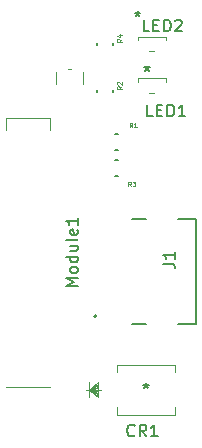
<source format=gbr>
%TF.GenerationSoftware,KiCad,Pcbnew,(6.0.2)*%
%TF.CreationDate,2022-02-22T18:51:34-06:00*%
%TF.ProjectId,rpi-cm4-carrier-template,7270692d-636d-4342-9d63-617272696572,v01*%
%TF.SameCoordinates,Original*%
%TF.FileFunction,Legend,Top*%
%TF.FilePolarity,Positive*%
%FSLAX46Y46*%
G04 Gerber Fmt 4.6, Leading zero omitted, Abs format (unit mm)*
G04 Created by KiCad (PCBNEW (6.0.2)) date 2022-02-22 18:51:34*
%MOMM*%
%LPD*%
G01*
G04 APERTURE LIST*
%ADD10C,0.150000*%
%ADD11C,0.098425*%
%ADD12C,0.120000*%
%ADD13C,0.127000*%
%ADD14C,0.200000*%
G04 APERTURE END LIST*
D10*
%TO.C,CR1*%
X172533333Y-115357142D02*
X172485714Y-115404761D01*
X172342857Y-115452380D01*
X172247619Y-115452380D01*
X172104761Y-115404761D01*
X172009523Y-115309523D01*
X171961904Y-115214285D01*
X171914285Y-115023809D01*
X171914285Y-114880952D01*
X171961904Y-114690476D01*
X172009523Y-114595238D01*
X172104761Y-114500000D01*
X172247619Y-114452380D01*
X172342857Y-114452380D01*
X172485714Y-114500000D01*
X172533333Y-114547619D01*
X173533333Y-115452380D02*
X173200000Y-114976190D01*
X172961904Y-115452380D02*
X172961904Y-114452380D01*
X173342857Y-114452380D01*
X173438095Y-114500000D01*
X173485714Y-114547619D01*
X173533333Y-114642857D01*
X173533333Y-114785714D01*
X173485714Y-114880952D01*
X173438095Y-114928571D01*
X173342857Y-114976190D01*
X172961904Y-114976190D01*
X174485714Y-115452380D02*
X173914285Y-115452380D01*
X174200000Y-115452380D02*
X174200000Y-114452380D01*
X174104761Y-114595238D01*
X174009523Y-114690476D01*
X173914285Y-114738095D01*
X173500000Y-110952380D02*
X173500000Y-111190476D01*
X173261904Y-111095238D02*
X173500000Y-111190476D01*
X173738095Y-111095238D01*
X173357142Y-111380952D02*
X173500000Y-111190476D01*
X173642857Y-111380952D01*
D11*
%TO.C,R2*%
X171448102Y-85805616D02*
X171260626Y-85936850D01*
X171448102Y-86030588D02*
X171054401Y-86030588D01*
X171054401Y-85880607D01*
X171073149Y-85843112D01*
X171091897Y-85824364D01*
X171129392Y-85805616D01*
X171185635Y-85805616D01*
X171223130Y-85824364D01*
X171241878Y-85843112D01*
X171260626Y-85880607D01*
X171260626Y-86030588D01*
X171091897Y-85655635D02*
X171073149Y-85636887D01*
X171054401Y-85599392D01*
X171054401Y-85505654D01*
X171073149Y-85468158D01*
X171091897Y-85449411D01*
X171129392Y-85430663D01*
X171166887Y-85430663D01*
X171223130Y-85449411D01*
X171448102Y-85674383D01*
X171448102Y-85430663D01*
D10*
%TO.C,LED1*%
X174080952Y-88352380D02*
X173604761Y-88352380D01*
X173604761Y-87352380D01*
X174414285Y-87828571D02*
X174747619Y-87828571D01*
X174890476Y-88352380D02*
X174414285Y-88352380D01*
X174414285Y-87352380D01*
X174890476Y-87352380D01*
X175319047Y-88352380D02*
X175319047Y-87352380D01*
X175557142Y-87352380D01*
X175700000Y-87400000D01*
X175795238Y-87495238D01*
X175842857Y-87590476D01*
X175890476Y-87780952D01*
X175890476Y-87923809D01*
X175842857Y-88114285D01*
X175795238Y-88209523D01*
X175700000Y-88304761D01*
X175557142Y-88352380D01*
X175319047Y-88352380D01*
X176842857Y-88352380D02*
X176271428Y-88352380D01*
X176557142Y-88352380D02*
X176557142Y-87352380D01*
X176461904Y-87495238D01*
X176366666Y-87590476D01*
X176271428Y-87638095D01*
X173600000Y-84052380D02*
X173600000Y-84290476D01*
X173361904Y-84195238D02*
X173600000Y-84290476D01*
X173838095Y-84195238D01*
X173457142Y-84480952D02*
X173600000Y-84290476D01*
X173742857Y-84480952D01*
D11*
%TO.C,R4*%
X171448102Y-81805616D02*
X171260626Y-81936850D01*
X171448102Y-82030588D02*
X171054401Y-82030588D01*
X171054401Y-81880607D01*
X171073149Y-81843112D01*
X171091897Y-81824364D01*
X171129392Y-81805616D01*
X171185635Y-81805616D01*
X171223130Y-81824364D01*
X171241878Y-81843112D01*
X171260626Y-81880607D01*
X171260626Y-82030588D01*
X171185635Y-81468158D02*
X171448102Y-81468158D01*
X171035654Y-81561897D02*
X171316869Y-81655635D01*
X171316869Y-81411915D01*
%TO.C,R3*%
X172234383Y-94278102D02*
X172103149Y-94090626D01*
X172009411Y-94278102D02*
X172009411Y-93884401D01*
X172159392Y-93884401D01*
X172196887Y-93903149D01*
X172215635Y-93921897D01*
X172234383Y-93959392D01*
X172234383Y-94015635D01*
X172215635Y-94053130D01*
X172196887Y-94071878D01*
X172159392Y-94090626D01*
X172009411Y-94090626D01*
X172365616Y-93884401D02*
X172609336Y-93884401D01*
X172478102Y-94034383D01*
X172534345Y-94034383D01*
X172571841Y-94053130D01*
X172590588Y-94071878D01*
X172609336Y-94109373D01*
X172609336Y-94203112D01*
X172590588Y-94240607D01*
X172571841Y-94259355D01*
X172534345Y-94278102D01*
X172421859Y-94278102D01*
X172384364Y-94259355D01*
X172365616Y-94240607D01*
D10*
%TO.C,J1*%
X174952380Y-100833333D02*
X175666666Y-100833333D01*
X175809523Y-100880952D01*
X175904761Y-100976190D01*
X175952380Y-101119047D01*
X175952380Y-101214285D01*
X175952380Y-99833333D02*
X175952380Y-100404761D01*
X175952380Y-100119047D02*
X174952380Y-100119047D01*
X175095238Y-100214285D01*
X175190476Y-100309523D01*
X175238095Y-100404761D01*
D11*
%TO.C,R1*%
X172334383Y-89278102D02*
X172203149Y-89090626D01*
X172109411Y-89278102D02*
X172109411Y-88884401D01*
X172259392Y-88884401D01*
X172296887Y-88903149D01*
X172315635Y-88921897D01*
X172334383Y-88959392D01*
X172334383Y-89015635D01*
X172315635Y-89053130D01*
X172296887Y-89071878D01*
X172259392Y-89090626D01*
X172109411Y-89090626D01*
X172709336Y-89278102D02*
X172484364Y-89278102D01*
X172596850Y-89278102D02*
X172596850Y-88884401D01*
X172559355Y-88940644D01*
X172521859Y-88978140D01*
X172484364Y-88996887D01*
D10*
%TO.C,LED2*%
X173780952Y-81152380D02*
X173304761Y-81152380D01*
X173304761Y-80152380D01*
X174114285Y-80628571D02*
X174447619Y-80628571D01*
X174590476Y-81152380D02*
X174114285Y-81152380D01*
X174114285Y-80152380D01*
X174590476Y-80152380D01*
X175019047Y-81152380D02*
X175019047Y-80152380D01*
X175257142Y-80152380D01*
X175400000Y-80200000D01*
X175495238Y-80295238D01*
X175542857Y-80390476D01*
X175590476Y-80580952D01*
X175590476Y-80723809D01*
X175542857Y-80914285D01*
X175495238Y-81009523D01*
X175400000Y-81104761D01*
X175257142Y-81152380D01*
X175019047Y-81152380D01*
X175971428Y-80247619D02*
X176019047Y-80200000D01*
X176114285Y-80152380D01*
X176352380Y-80152380D01*
X176447619Y-80200000D01*
X176495238Y-80247619D01*
X176542857Y-80342857D01*
X176542857Y-80438095D01*
X176495238Y-80580952D01*
X175923809Y-81152380D01*
X176542857Y-81152380D01*
X172800000Y-79452380D02*
X172800000Y-79690476D01*
X172561904Y-79595238D02*
X172800000Y-79690476D01*
X173038095Y-79595238D01*
X172657142Y-79880952D02*
X172800000Y-79690476D01*
X172942857Y-79880952D01*
%TO.C,Module1*%
X167735725Y-102704160D02*
X166735725Y-102704160D01*
X167450011Y-102370827D01*
X166735725Y-102037494D01*
X167735725Y-102037494D01*
X167735725Y-101418446D02*
X167688106Y-101513684D01*
X167640487Y-101561303D01*
X167545249Y-101608922D01*
X167259535Y-101608922D01*
X167164297Y-101561303D01*
X167116678Y-101513684D01*
X167069059Y-101418446D01*
X167069059Y-101275589D01*
X167116678Y-101180351D01*
X167164297Y-101132732D01*
X167259535Y-101085113D01*
X167545249Y-101085113D01*
X167640487Y-101132732D01*
X167688106Y-101180351D01*
X167735725Y-101275589D01*
X167735725Y-101418446D01*
X167735725Y-100227970D02*
X166735725Y-100227970D01*
X167688106Y-100227970D02*
X167735725Y-100323208D01*
X167735725Y-100513684D01*
X167688106Y-100608922D01*
X167640487Y-100656541D01*
X167545249Y-100704160D01*
X167259535Y-100704160D01*
X167164297Y-100656541D01*
X167116678Y-100608922D01*
X167069059Y-100513684D01*
X167069059Y-100323208D01*
X167116678Y-100227970D01*
X167069059Y-99323208D02*
X167735725Y-99323208D01*
X167069059Y-99751779D02*
X167592868Y-99751779D01*
X167688106Y-99704160D01*
X167735725Y-99608922D01*
X167735725Y-99466065D01*
X167688106Y-99370827D01*
X167640487Y-99323208D01*
X167735725Y-98704160D02*
X167688106Y-98799398D01*
X167592868Y-98847018D01*
X166735725Y-98847018D01*
X167688106Y-97942256D02*
X167735725Y-98037494D01*
X167735725Y-98227970D01*
X167688106Y-98323208D01*
X167592868Y-98370827D01*
X167211916Y-98370827D01*
X167116678Y-98323208D01*
X167069059Y-98227970D01*
X167069059Y-98037494D01*
X167116678Y-97942256D01*
X167211916Y-97894637D01*
X167307154Y-97894637D01*
X167402392Y-98370827D01*
X167735725Y-96942256D02*
X167735725Y-97513684D01*
X167735725Y-97227970D02*
X166735725Y-97227970D01*
X166878583Y-97323208D01*
X166973821Y-97418446D01*
X167021440Y-97513684D01*
D12*
%TO.C,CR1*%
X168699400Y-111500000D02*
X169461400Y-111754000D01*
X169461400Y-110865000D02*
X169461400Y-112135000D01*
X175925700Y-109391800D02*
X171074300Y-109391800D01*
X171074300Y-109391800D02*
X171074300Y-110036960D01*
X171074300Y-112963040D02*
X171074300Y-113608200D01*
X168699400Y-111500000D02*
X169461400Y-111119000D01*
X168699400Y-111500000D02*
X169461400Y-112135000D01*
X168699400Y-111500000D02*
X169461400Y-110992000D01*
X171074300Y-113608200D02*
X175925700Y-113608200D01*
X175925700Y-113608200D02*
X175925700Y-112963040D01*
X168699400Y-111500000D02*
X169461400Y-110865000D01*
X169715400Y-111500000D02*
X168445400Y-111500000D01*
X168699400Y-111500000D02*
X169461400Y-111246000D01*
X168699400Y-111500000D02*
X169461400Y-111627000D01*
X168699400Y-111500000D02*
X169461400Y-111373000D01*
X168699400Y-110865000D02*
X168699400Y-112135000D01*
X168699400Y-111500000D02*
X169461400Y-112008000D01*
X168699400Y-111500000D02*
X169461400Y-111881000D01*
X175925700Y-110036960D02*
X175925700Y-109391800D01*
%TO.C,U1*%
X165869700Y-84616297D02*
X165869700Y-85583703D01*
X167139459Y-84350700D02*
X166860541Y-84350700D01*
X168130300Y-85583703D02*
X168130300Y-84616297D01*
D13*
%TO.C,R2*%
X170680000Y-86100000D02*
X170680000Y-86300000D01*
X169320000Y-86100000D02*
X169320000Y-86300000D01*
D12*
%TO.C,LED1*%
X172818900Y-85127700D02*
X172818900Y-85426660D01*
X175181100Y-85426660D02*
X175181100Y-85127700D01*
X175181100Y-85127700D02*
X172818900Y-85127700D01*
X173782040Y-86372300D02*
X174217960Y-86372300D01*
D13*
%TO.C,R4*%
X170680000Y-82100000D02*
X170680000Y-82300000D01*
X169320000Y-82100000D02*
X169320000Y-82300000D01*
%TO.C,R3*%
X171100000Y-93430000D02*
X170900000Y-93430000D01*
X171100000Y-92070000D02*
X170900000Y-92070000D01*
D14*
%TO.C,J1*%
X172297500Y-97030000D02*
X173507500Y-97030000D01*
X177717500Y-105970000D02*
X177717500Y-97030000D01*
X172297500Y-105970000D02*
X173507500Y-105970000D01*
X176227500Y-105970000D02*
X177717500Y-105970000D01*
X177717500Y-97030000D02*
X176227500Y-97030000D01*
X169307500Y-105280000D02*
G75*
G03*
X169307500Y-105280000I-100000J0D01*
G01*
D13*
%TO.C,R1*%
X171100000Y-89820000D02*
X170900000Y-89820000D01*
X171100000Y-91180000D02*
X170900000Y-91180000D01*
D12*
%TO.C,LED2*%
X175181100Y-81594500D02*
X172818900Y-81594500D01*
X173782040Y-82839100D02*
X174217960Y-82839100D01*
X172818900Y-81594500D02*
X172818900Y-81893460D01*
X175181100Y-81893460D02*
X175181100Y-81594500D01*
%TO.C,Module1*%
X161610000Y-88500000D02*
X161610000Y-89500000D01*
X165390000Y-88500000D02*
X165390000Y-89500000D01*
X165390000Y-111300000D02*
X161610000Y-111300000D01*
X165390000Y-88500000D02*
X161610000Y-88500000D01*
%TD*%
M02*

</source>
